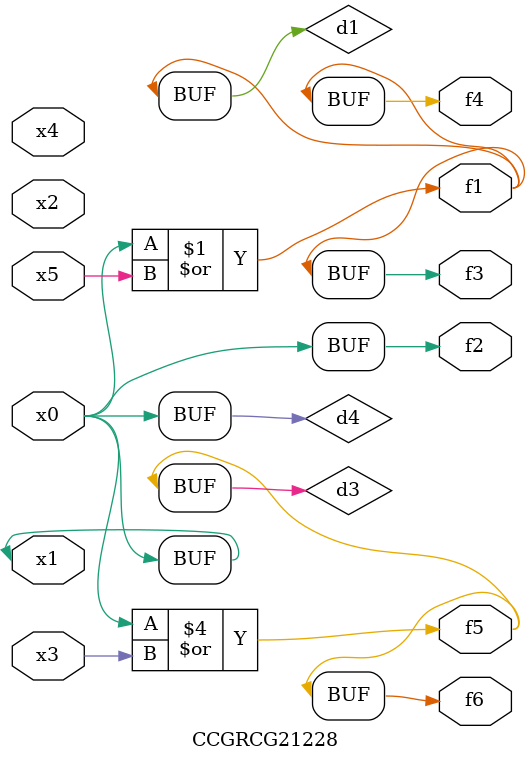
<source format=v>
module CCGRCG21228(
	input x0, x1, x2, x3, x4, x5,
	output f1, f2, f3, f4, f5, f6
);

	wire d1, d2, d3, d4;

	or (d1, x0, x5);
	xnor (d2, x1, x4);
	or (d3, x0, x3);
	buf (d4, x0, x1);
	assign f1 = d1;
	assign f2 = d4;
	assign f3 = d1;
	assign f4 = d1;
	assign f5 = d3;
	assign f6 = d3;
endmodule

</source>
